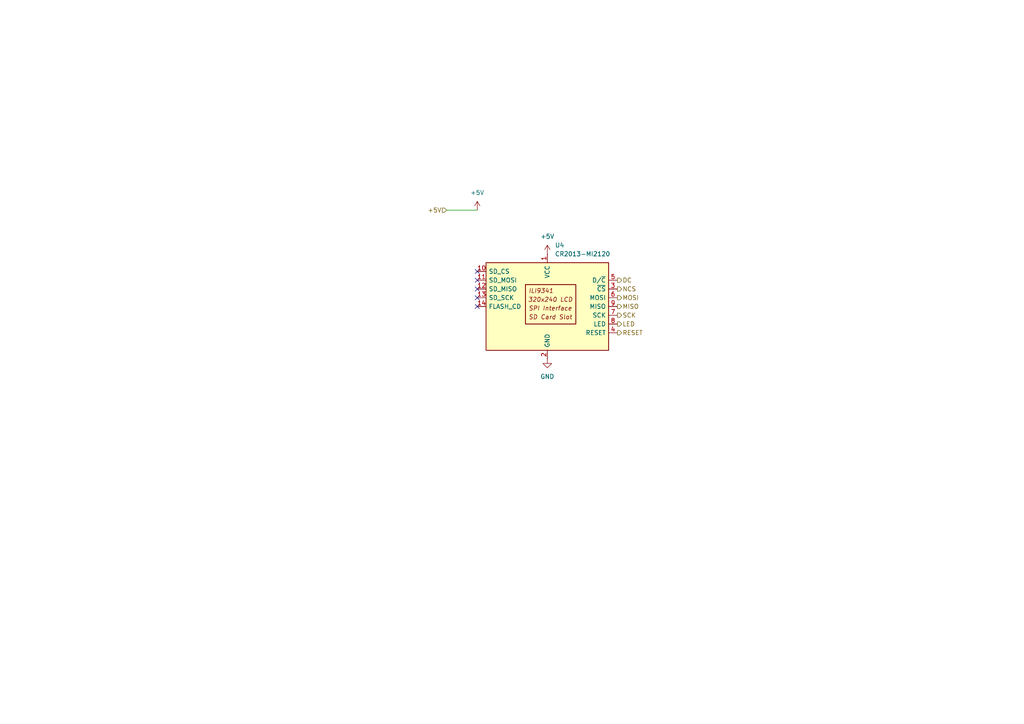
<source format=kicad_sch>
(kicad_sch (version 20231120) (generator "eeschema") (generator_version "8.0")
  (paper "A4")
  (lib_symbols
    (symbol "Driver_Display:CR2013-MI2120" (pin_names (offset 0.762))
      (property "Reference" "U" (at -17.526 13.97 0))
      (property "Value" "CR2013-MI2120" (at 1.905 13.97 0))
      (symbol "CR2013-MI2120_0_0"
        (text "320x240 LCD" (at 0.889 2.032 0) (effects (font (size 1.27 1.27) (italic yes))))
        (text "ILI9341" (at -5.461 4.572 0) (effects (font (size 1.27 1.27) (italic yes)) (justify left)))
        (text "SD Card Slot" (at -5.461 -3.048 0) (effects (font (size 1.27 1.27) (italic yes)) (justify left)))
        (text "SPI Interface" (at -5.461 -0.508 0) (effects (font (size 1.27 1.27) (italic yes)) (justify left)))
      )
      (symbol "CR2013-MI2120_0_1"
        (rectangle (start -17.78 12.7) (end 17.78 -12.7) (stroke (width 0.254)) (fill (type background)))
        (rectangle (start -6.35 6.35) (end 8.255 -5.08) (stroke (width 0.254)))
      )
      (symbol "CR2013-MI2120_1_1"
        (pin power_in line (at 0 15.24 270) (length 2.54) (name "VCC") (number "1"))
        (pin input line (at -20.32 10.16 0) (length 2.54) (name "SD_CS") (number "10"))
        (pin input line (at -20.32 7.62 0) (length 2.54) (name "SD_MOSI") (number "11"))
        (pin output line (at -20.32 5.08 0) (length 2.54) (name "SD_MISO") (number "12"))
        (pin input line (at -20.32 2.54 0) (length 2.54) (name "SD_SCK") (number "13"))
        (pin input line (at -20.32 0 0) (length 2.54) (name "FLASH_CD") (number "14"))
        (pin power_in line (at 0 -15.24 90) (length 2.54) (name "GND") (number "2"))
        (pin input line (at 20.32 5.08 180) (length 2.54) (name "~{CS}") (number "3"))
        (pin input line (at 20.32 -7.62 180) (length 2.54) (name "RESET") (number "4"))
        (pin input line (at 20.32 7.62 180) (length 2.54) (name "D/~{C}") (number "5"))
        (pin input line (at 20.32 2.54 180) (length 2.54) (name "MOSI") (number "6"))
        (pin input line (at 20.32 -2.54 180) (length 2.54) (name "SCK") (number "7"))
        (pin input line (at 20.32 -5.08 180) (length 2.54) (name "LED") (number "8"))
        (pin output line (at 20.32 0 180) (length 2.54) (name "MISO") (number "9"))
      )
    )
    (symbol "power:+5V" (power) (pin_numbers hide) (pin_names (offset 0) hide)
      (property "Value" "+5V" (at 0 3.556 0))
      (symbol "+5V_0_1"
        (polyline (pts (xy -0.762 1.27) (xy 0 2.54)))
        (polyline (pts (xy 0 0) (xy 0 2.54)))
        (polyline (pts (xy 0 2.54) (xy 0.762 1.27)))
      )
      (symbol "+5V_1_1"
        (pin power_in line (at 0 0 90) (length 0) (name "~") (number "1"))
      )
    )
    (symbol "power:GND" (power) (pin_numbers hide) (pin_names (offset 0) hide)
      (property "Value" "GND" (at 0 -3.81 0))
      (symbol "GND_0_1"
        (polyline (pts (xy 0 0) (xy 0 -1.27) (xy 1.27 -1.27) (xy 0 -2.54) (xy -1.27 -1.27) (xy 0 -1.27)))
      )
      (symbol "GND_1_1"
        (pin power_in line (at 0 0 270) (length 0) (name "~") (number "1"))
      )
    )
  )
  (no_connect (at 138.43 78.74))
  (no_connect (at 138.43 81.28))
  (no_connect (at 138.43 86.36))
  (no_connect (at 138.43 83.82))
  (no_connect (at 138.43 88.9))
  (wire (pts (xy 129.54 60.96) (xy 138.43 60.96)))
  (hierarchical_label "SCK" (shape output) (at 179.07 91.44 0))
  (hierarchical_label "NCS" (shape output) (at 179.07 83.82 0))
  (hierarchical_label "DC" (shape output) (at 179.07 81.28 0))
  (hierarchical_label "+5V" (shape input) (at 129.54 60.96 180))
  (hierarchical_label "LED" (shape output) (at 179.07 93.98 0))
  (hierarchical_label "RESET" (shape output) (at 179.07 96.52 0))
  (hierarchical_label "MOSI" (shape output) (at 179.07 86.36 0))
  (hierarchical_label "MISO" (shape output) (at 179.07 88.9 0))
  (symbol (lib_id "power:GND") (at 158.75 104.14 0) (unit 1)
    (property "Reference" "#PWR034" (effects (hide yes)))
    (property "Value" "GND" (at 158.75 109.22 0))
    (property "Description" "Power symbol creates a global label with name \"GND\" , ground" (effects (hide yes)))
  )
  (symbol (lib_id "power:+5V") (at 158.75 73.66 0) (unit 1)
    (property "Reference" "#PWR035" (effects (hide yes)))
    (property "Value" "+5V" (at 158.75 68.58 0))
    (property "Description" "Power symbol creates a global label with name \"+5V\"" (effects (hide yes)))
  )
  (symbol (lib_id "Driver_Display:CR2013-MI2120") (at 158.75 88.9 0) (unit 1)
    (property "Reference" "U4" (at 160.9441 71.12 0) (effects (justify left)))
    (property "Value" "CR2013-MI2120" (at 160.9441 73.66 0) (effects (justify left)))
    (property "Footprint" "Display:CR2013-MI2120" (effects (hide yes)))
    (property "Datasheet" "http://pan.baidu.com/s/11Y990" (effects (hide yes)))
    (property "Description" "ILI9341 controller, SPI TFT LCD Display, 9-pin breakout PCB, 4-pin SD card interface, 5V/3.3V" (effects (hide yes)))
  )
  (symbol (lib_id "power:+5V") (at 138.43 60.96 0) (unit 1)
    (property "Reference" "#PWR045" (effects (hide yes)))
    (property "Value" "+5V" (at 138.43 55.88 0))
    (property "Description" "Power symbol creates a global label with name \"+5V\"" (effects (hide yes)))
  )
)
</source>
